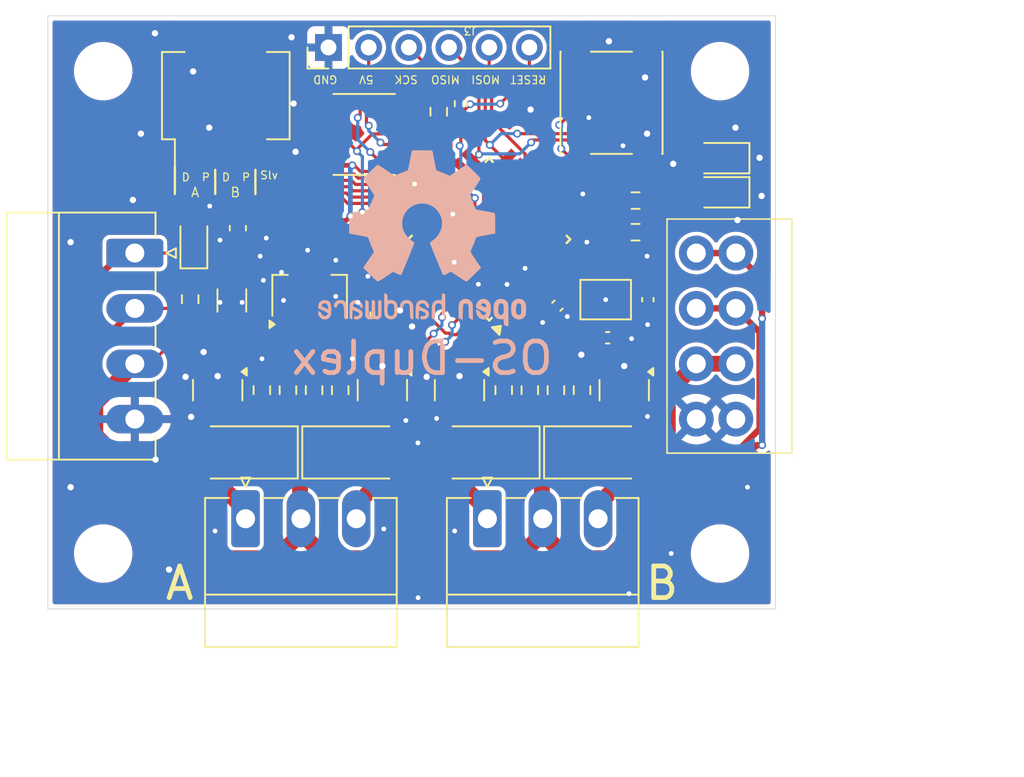
<source format=kicad_pcb>
(kicad_pcb (version 20240108) (generator "pcbnew") (generator_version "8.0")
  (layers (0 "F.Cu" signal) (31 "B.Cu" signal) (34 "B.Paste" user) (35 "F.Paste" user) (36 "B.SilkS" user "B.Silkscreen") (37 "F.SilkS" user "F.Silkscreen") (38 "B.Mask" user) (39 "F.Mask" user) (44 "Edge.Cuts" user))
  (net 0 "")
  (net 1 "GND")
  (net 2 "/atmega/X1")
  (net 3 "/atmega/X2")
  (net 4 "+5V")
  (net 5 "Net-(D1-K)")
  (net 6 "Net-(D4-A)")
  (net 7 "Net-(D11-A)")
  (net 8 "Net-(D12-A)")
  (net 9 "Net-(D21-A)")
  (net 10 "Net-(D22-A)")
  (net 11 "Net-(Q11-G)")
  (net 12 "Net-(Q12-G)")
  (net 13 "Net-(Q21-G)")
  (net 14 "Net-(Q22-G)")
  (net 15 "/DCC/DCC_TTL")
  (net 16 "/atmega/MOSI")
  (net 17 "Net-(SW1-A)")
  (net 18 "/atmega/RESET")
  (net 19 "/atmega/dipSw2")
  (net 20 "VCC")
  (net 21 "/DCC/B")
  (net 22 "Net-(D2-A)")
  (net 23 "/DCC/A")
  (net 24 "/atmega/LED")
  (net 25 "/atmega/LED_BLUE")
  (net 26 "/atmega/dipSw1")
  (net 27 "/atmega/1.A")
  (net 28 "/atmega/dipSw4")
  (net 29 "/atmega/1.B")
  (net 30 "/atmega/dipSw3")
  (net 31 "/atmega/2.A")
  (net 32 "/atmega/dipSw5")
  (net 38 "/atmega/2.B")
  (footprint "LED_SMD:LED_0805_2012Metric_Pad1.15x1.40mm_HandSolder" (layer "F.Cu") (at 144.439 64.412679 180)
    (property "Reference" "D2" (hide yes))
    (property "Value" "LED")
  )
  (footprint "custom_kicad_lib_sk:R_0603_smalltext" (layer "F.Cu") (at 126.654 61.474679 -90)
    (property "Reference" "R801" (hide yes))
    (property "Value" "10k")
  )
  (footprint "MountingHole:MountingHole_3.2mm_M3" (layer "F.Cu") (at 105.439 89.412679)
    (property "Reference" "REF**" (hide yes))
    (property "Value" "MountingHole_3.2mm_M3")
  )
  (footprint "custom_kicad_lib_sk:R_0603_smalltext" (layer "F.Cu") (at 139.1 67.094679)
    (property "Reference" "R1" (hide yes))
    (property "Value" "10k")
  )
  (footprint "Connector_Phoenix_MC:PhoenixContact_MC_1,5_3-G-3.5_1x03_P3.50mm_Horizontal" (layer "F.Cu") (at 129.729705 87.209179)
    (property "Reference" "J11" (hide yes))
    (property "Value" "~")
  )
  (footprint "Capacitor_SMD:C_0603_1608Metric_Pad1.08x0.95mm_HandSolder" (layer "F.Cu") (at 122.844 74.301679 90)
    (property "Reference" "C301" (hide yes))
    (property "Value" "330nF")
  )
  (footprint "Capacitor_SMD:C_0402_1005Metric_Pad0.74x0.62mm_HandSolder" (layer "F.Cu") (at 139.875953 73.357318 90)
    (property "Reference" "C2" (hide yes))
    (property "Value" "12pF")
  )
  (footprint "Capacitor_SMD:C_0402_1005Metric" (layer "F.Cu") (at 134.160953 73.738318 -135)
    (property "Reference" "C3" (hide yes))
    (property "Value" "100nF")
  )
  (footprint "Diode_SMD:D_SMA" (layer "F.Cu") (at 136.825705 83.018179)
    (property "Reference" "D12" (hide yes))
    (property "Value" "~")
  )
  (footprint "MountingHole:MountingHole_3.2mm_M3" (layer "F.Cu") (at 105.439 58.912679)
    (property "Reference" "REF**" (hide yes))
    (property "Value" "MountingHole_3.2mm_M3")
  )
  (footprint "LED_SMD:LED_0805_2012Metric_Pad1.15x1.40mm_HandSolder" (layer "F.Cu") (at 144.439 66.571679 180)
    (property "Reference" "D4" (hide yes))
    (property "Value" "LED")
  )
  (footprint "Package_TO_SOT_SMD:SOT-23" (layer "F.Cu") (at 112.677 79.081179 -90)
    (property "Reference" "Q21" (hide yes))
    (property "Value" "AO3400A")
  )
  (footprint "Connector_Phoenix_MC:PhoenixContact_MC_1,5_3-G-3.5_1x03_P3.50mm_Horizontal" (layer "F.Cu") (at 114.439 87.209179)
    (property "Reference" "J21" (hide yes))
    (property "Value" "~")
  )
  (footprint "MountingHole:MountingHole_3.2mm_M3" (layer "F.Cu") (at 144.439 89.412679)
    (property "Reference" "REF**" (hide yes))
    (property "Value" "MountingHole_3.2mm_M3")
  )
  (footprint "Resistor_SMD:R_0603_1608Metric_Pad0.98x0.95mm_HandSolder" (layer "F.Cu") (at 115.471 79.081179 -90)
    (property "Reference" "R23" (hide yes))
    (property "Value" "10k")
  )
  (footprint "Resistor_SMD:R_0603_1608Metric_Pad0.98x0.95mm_HandSolder" (layer "F.Cu") (at 139.1 69.094679)
    (property "Reference" "R6" (hide yes))
    (property "Value" "6k2")
  )
  (footprint "Diode_SMD:D_SMA" (layer "F.Cu") (at 129.523705 83.018179 180)
    (property "Reference" "D11" (hide yes))
    (property "Value" "SS34")
  )
  (footprint "MountingHole:MountingHole_3.2mm_M3" (layer "F.Cu") (at 144.439 58.912679)
    (property "Reference" "REF**" (hide yes))
    (property "Value" "MountingHole_3.2mm_M3")
  )
  (footprint "Resistor_SMD:R_0603_1608Metric_Pad0.98x0.95mm_HandSolder" (layer "F.Cu") (at 118.773 79.081179 -90)
    (property "Reference" "R22" (hide yes))
    (property "Value" "22R")
  )
  (footprint "Resistor_SMD:R_0603_1608Metric_Pad0.98x0.95mm_HandSolder" (layer "F.Cu") (at 134.063705 79.081179 -90)
    (property "Reference" "R12" (hide yes))
    (property "Value" "22R")
  )
  (footprint "Resistor_SMD:R_0603_1608Metric_Pad0.98x0.95mm_HandSolder" (layer "F.Cu") (at 117.122 79.081179 -90)
    (property "Reference" "R21" (hide yes))
    (property "Value" "22R")
  )
  (footprint "Capacitor_SMD:C_0603_1608Metric_Pad1.08x0.95mm_HandSolder" (layer "F.Cu") (at 113.954 68.840679 -90)
    (property "Reference" "C302" (hide yes))
    (property "Value" "100nF")
  )
  (footprint "Capacitor_SMD:C_1206_3216Metric_Pad1.33x1.80mm_HandSolder" (layer "F.Cu") (at 113.573 73.412679 90)
    (property "Reference" "C303" (hide yes))
    (property "Value" "100uF")
  )
  (footprint "Package_TO_SOT_SMD:SOT-23" (layer "F.Cu") (at 123.091 79.081179 -90)
    (property "Reference" "Q22" (hide yes))
    (property "Value" "AO3400A")
  )
  (footprint "Connector_PinHeader_2.54mm:PinHeader_1x06_P2.54mm_Vertical" (layer "F.Cu") (at 119.683 57.412679 90)
    (property "Reference" "J3")
    (property "Value" "ICSP")
  )
  (footprint "custom_kicad_lib_sk:R_0603_smalltext" (layer "F.Cu") (at 110.939 73.325179 90)
    (property "Reference" "R5" (hide yes))
    (property "Value" "1k5")
  )
  (footprint "Diode_SMD:D_SMA" (layer "F.Cu") (at 114.233 83.018179 180)
    (property "Reference" "D21" (hide yes))
    (property "Value" "SS34")
  )
  (footprint "Diode_SMD:D_SMA" (layer "F.Cu") (at 121.535 83.018179)
    (property "Reference" "D22" (hide yes))
    (property "Value" "~")
  )
  (footprint "Resistor_SMD:R_0603_1608Metric_Pad0.98x0.95mm_HandSolder" (layer "F.Cu") (at 132.412705 79.081179 -90)
    (property "Reference" "R11" (hide yes))
    (property "Value" "22R")
  )
  (footprint "Package_QFP:TQFP-32_7x7mm_P0.8mm" (layer "F.Cu") (at 129.842953 69.547318 135)
    (property "Reference" "U101" (hide yes))
    (property "Value" "ATmega328-A")
  )
  (footprint "Package_TO_SOT_SMD:SOT-89-3" (layer "F.Cu") (at 118.491 73.152 90)
    (property "Reference" "U21" (hide yes))
    (property "Value" "L78L05_SOT89")
  )
  (footprint "Resistor_SMD:R_0603_1608Metric_Pad0.98x0.95mm_HandSolder" (layer "F.Cu") (at 135.714705 79.081179 -90)
    (property "Reference" "R14" (hide yes))
    (property "Value" "10k")
  )
  (footprint "Connector_Phoenix_MC:PhoenixContact_MC_1,5_4-G-3.5_1x04_P3.50mm_Horizontal" (layer "F.Cu") (at 107.439 70.412679 -90)
    (property "Reference" "J62" (hide yes))
    (property "Value" "Screw_Terminal_01x04")
  )
  (footprint "Capacitor_SMD:C_0402_1005Metric_Pad0.74x0.62mm_HandSolder" (layer "F.Cu") (at 137.335953 75.770318 180)
    (property "Reference" "C1" (hide yes))
    (property "Value" "12pF")
  )
  (footprint "Button_Switch_SMD:SW_DIP_SPSTx05_Slide_KingTek_DSHP05TS_W7.62mm_P1.27mm" (layer "F.Cu") (at 113.192 60.458679 90)
    (property "Reference" "SW901" (hide yes))
    (property "Value" "SW_DIP_x05")
  )
  (footprint "Package_SO:SOIC-8_3.9x4.9mm_P1.27mm" (layer "F.Cu") (at 121.939 62.912679 180)
    (property "Reference" "U801" (hide yes))
    (property "Value" "HCPL-0631")
  )
  (footprint "Resistor_SMD:R_0603_1608Metric_Pad0.98x0.95mm_HandSolder" (layer "F.Cu") (at 120.424 79.081179 -90)
    (property "Reference" "R24" (hide yes))
    (property "Value" "10k")
  )
  (footprint "Resistor_SMD:R_0402_1005Metric_Pad0.72x0.64mm_HandSolder" (layer "F.Cu") (at 128.051 60.966679 -90)
    (property "Reference" "R2" (hide yes))
    (property "Value" "10k")
  )
  (footprint "custom_kicad_lib_sk:connector_3.50mm_4P horizontal_MALE" (layer "F.Cu") (at 142.939 75.662679 90)
    (property "Reference" "J201" (hide yes))
    (property "Value" "Screw_Terminal_01x04" (hide yes))
  )
  (footprint "Resistor_SMD:R_0603_1608Metric_Pad0.98x0.95mm_HandSolder" (layer "F.Cu") (at 130.761705 79.081179 -90)
    (property "Reference" "R13" (hide yes))
    (property "Value" "10k")
  )
  (footprint "custom_kicad_lib_sk:tactile_SMD_6mm" (layer "F.Cu") (at 137.576 60.912679 90)
    (property "Reference" "SW1" (hide yes))
    (property "Value" "SW_SPST")
  )
  (footprint "custom_kicad_lib_sk:crystal_arduino" (layer "F.Cu") (at 137.208953 73.357318)
    (property "Reference" "Y1" (hide yes))
    (property "Value" "Crystal_GND2")
  )
  (footprint "Diode_SMD:D_SOD-323" (layer "F.Cu") (at 111.171591 69.769179 90)
    (property "Reference" "D1" (hide yes))
    (property "Value" "D")
  )
  (footprint "Package_TO_SOT_SMD:SOT-23" (layer "F.Cu") (at 127.967705 79.081179 -90)
    (property "Reference" "Q11" (hide yes))
    (property "Value" "AO3400A")
  )
  (footprint "Package_TO_SOT_SMD:SOT-23" (layer "F.Cu") (at 138.381705 79.081179 -90)
    (property "Reference" "Q12" (hide yes))
    (property "Value" "AO3400A")
  )
  (footprint "Symbol:OSHW-Logo2_14.6x12mm_SilkScreen" (layer "B.Cu") (at 125.603 69.469 180)
    (property "Reference" "REF**" (hide yes))
    (property "Value" "OSHW-Logo2_14.6x12mm_SilkScreen" (hide yes))
  )
  (gr_line (start 112.522 66.04) (end 112.522 66.675) (stroke (width 0.15)) (layer "F.SilkS"))
  (gr_line (start 109.972 64.904679) (end 109.972 66.675) (stroke (width 0.15)) (layer "F.SilkS"))
  (gr_line (start 112.522 65.151) (end 112.522 66.04) (stroke (width 0.15)) (layer "F.SilkS"))
  (gr_line (start 115.062 65.151) (end 115.062 66.675) (stroke (width 0.15)) (layer "F.SilkS"))
  (gr_rect (start 101.939 55.412679) (end 147.939 92.912679) (stroke (width 0.05)) (fill none) (layer "Edge.Cuts"))
  (gr_text "OS-Duplex" (at 125.603 78.232 0) (layer "B.SilkS") (effects (font (size 2 2) (thickness 0.3)) (justify bottom mirror)))
  (gr_text "P" (at 111.633 65.913 0) (layer "F.SilkS") (effects (font (size 0.5 0.5) (thickness 0.075)) (justify left bottom)))
  (gr_text "P" (at 114.173 65.913 0) (layer "F.SilkS") (effects (font (size 0.5 0.5) (thickness 0.075)) (justify left bottom)))
  (gr_text "MISO" (at 128.036 59.140679 180) (layer "F.SilkS") (effects (font (size 0.5 0.5) (thickness 0.075)) (justify left bottom)))
  (gr_text "GND" (at 120.289 59.140679 180) (layer "F.SilkS") (effects (font (size 0.5 0.5) (thickness 0.075)) (justify left bottom)))
  (gr_text "D" (at 110.363 65.913 0) (layer "F.SilkS") (effects (font (size 0.5 0.5) (thickness 0.075)) (justify left bottom)))
  (gr_text "Slv" (at 115.316 65.786 0) (layer "F.SilkS") (effects (font (size 0.5 0.5) (thickness 0.075)) (justify left bottom)))
  (gr_text "A" (at 109.22 92.456 0) (layer "F.SilkS") (effects (font (size 2 2) (thickness 0.3)) (justify left bottom)))
  (gr_text "D" (at 112.903 65.913 0) (layer "F.SilkS") (effects (font (size 0.5 0.5) (thickness 0.075)) (justify left bottom)))
  (gr_text "MOSI" (at 130.576 59.140679 180) (layer "F.SilkS") (effects (font (size 0.5 0.5) (thickness 0.075)) (justify left bottom)))
  (gr_text "A" (at 111.252 66.929 0) (layer "F.SilkS") (effects (font (size 0.6 0.6) (thickness 0.075)) (justify bottom)))
  (gr_text "RESET" (at 133.497 59.140679 180) (layer "F.SilkS") (effects (font (size 0.5 0.5) (thickness 0.075)) (justify left bottom)))
  (gr_text "B" (at 113.792 66.929 0) (layer "F.SilkS") (effects (font (size 0.6 0.6) (thickness 0.075)) (justify bottom)))
  (gr_text "B" (at 139.573 92.456 0) (layer "F.SilkS") (effects (font (size 2 2) (thickness 0.3)) (justify left bottom)))
  (gr_text "5V" (at 122.575 59.140679 180) (layer "F.SilkS") (effects (font (size 0.5 0.5) (thickness 0.075)) (justify left bottom)))
  (gr_text "SCK\n" (at 125.369 59.140679 180) (layer "F.SilkS") (effects (font (size 0.5 0.5) (thickness 0.075)) (justify left bottom)))
  (segment (start 120.424 77.864679) (end 120.424 78.168679) (width 0.8) (layer "F.Cu") (net 1))
  (segment (start 139.862 73.938771) (end 139.875953 73.924818) (width 0.2) (layer "F.Cu") (net 1))
  (segment (start 127.078705 78.082679) (end 127.017705 78.143679) (width 0.8) (layer "F.Cu") (net 1))
  (segment (start 121.4005 77.557179) (end 121.066 77.222679) (width 0.8) (layer "F.Cu") (net 1))
  (segment (start 120.424 78.168679) (end 122.116 78.168679) (width 0.8) (layer "F.Cu") (net 1))
  (segment (start 138.938314 74.936679) (end 138.308953 74.307318) (width 0.2) (layer "F.Cu") (net 1))
  (segment (start 137.903453 75.770318) (end 137.903453 74.712818) (width 0.2) (layer "F.Cu") (net 1))
  (segment (start 137.903453 74.712818) (end 138.308953 74.307318) (width 0.2) (layer "F.Cu") (net 1))
  (segment (start 127.964205 78.188679) (end 127.967705 78.192179) (width 0.6) (layer "F.Cu") (net 1))
  (segment (start 137.406705 78.168679) (end 137.431705 78.143679) (width 0.8) (layer "F.Cu") (net 1))
  (segment (start 138.158953 74.307318) (end 137.208953 73.357318) (width 0.4) (layer "F.Cu") (net 1))
  (segment (start 111.788 76.668179) (end 111.788 78.082679) (width 0.8) (layer "F.Cu") (net 1))
  (segment (start 137.958814 75.825679) (end 137.903453 75.770318) (width 0.2) (layer "F.Cu") (net 1))
  (segment (start 122.7275 77.557179) (end 122.141 78.143679) (width 0.8) (layer "F.Cu") (net 1))
  (segment (start 138.018205 77.557179) (end 137.431705 78.143679) (width 0.8) (layer "F.Cu") (net 1))
  (segment (start 135.714705 78.168679) (end 137.406705 78.168679) (width 0.8) (layer "F.Cu") (net 1))
  (segment (start 138.308953 74.307318) (end 138.158953 74.307318) (width 0.4) (layer "F.Cu") (net 1))
  (segment (start 123.091 77.557179) (end 121.4005 77.557179) (width 0.8) (layer "F.Cu") (net 1))
  (segment (start 112.677 78.192179) (end 110.645 78.192179) (width 0.8) (layer "F.Cu") (net 1))
  (segment (start 122.116 78.168679) (end 122.141 78.143679) (width 0.8) (layer "F.Cu") (net 1))
  (segment (start 137.492705 78.082679) (end 137.431705 78.143679) (width 0.8) (layer "F.Cu") (net 1))
  (segment (start 133.821542 72.960221) (end 133.821542 74.077729) (width 0.2) (layer "F.Cu") (net 1))
  (segment (start 138.846 75.825679) (end 138.846 74.844365) (width 0.2) (layer "F.Cu") (net 1))
  (segment (start 132.115 71.380679) (end 132.242 71.380679) (width 0.2) (layer "F.Cu") (net 1))
  (segment (start 139.862 74.936679) (end 139.862 73.938771) (width 0.2) (layer "F.Cu") (net 1))
  (segment (start 133.821542 74.077729) (end 132.676308 74.077729) (width 0.2) (layer "F.Cu") (net 1))
  (segment (start 113.954 69.703179) (end 113.954 71.469179) (width 0.2) (layer "F.Cu") (net 1))
  (segment (start 122.202 78.082679) (end 122.141 78.143679) (width 0.8) (layer "F.Cu") (net 1))
  (segment (start 136.108953 72.407318) (end 136.258953 72.407318) (width 0.4) (layer "F.Cu") (net 1))
  (segment (start 125.866705 78.188679) (end 127.964205 78.188679) (width 0.6) (layer "F.Cu") (net 1))
  (segment (start 111.788 78.082679) (end 111.727 78.143679) (width 0.8) (layer "F.Cu") (net 1))
  (segment (start 138.846 75.825679) (end 137.958814 75.825679) (width 0.2) (layer "F.Cu") (net 1))
  (segment (start 132.242 71.380679) (end 133.131 72.269679) (width 0.2) (layer "F.Cu") (net 1))
  (segment (start 121.066 77.222679) (end 120.424 77.864679) (width 0.8) (layer "F.Cu") (net 1))
  (segment (start 134.782 74.428679) (end 134.172492 74.428679) (width 0.2) (layer "F.Cu") (net 1))
  (segment (start 138.381705 77.557179) (end 138.018205 77.557179) (width 0.8) (layer "F.Cu") (net 1))
  (segment (start 123.091 77.557179) (end 122.7275 77.557179) (width 0.8) (layer "F.Cu") (net 1))
  (segment (start 132.676308 74.077729) (end 131.999629 73.40105) (width 0.2) (layer "F.Cu") (net 1))
  (segment (start 136.258953 72.407318) (end 137.208953 73.357318) (width 0.4) (layer "F.Cu") (net 1))
  (segment (start 139.862 74.936679) (end 138.938314 74.936679) (width 0.2) (layer "F.Cu") (net 1))
  (segment (start 134.172492 74.428679) (end 133.821542 74.077729) (width 0.2) (layer "F.Cu") (net 1))
  (segment (start 138.846 74.844365) (end 138.308953 74.307318) (width 0.2) (layer "F.Cu") (net 1))
  (segment (start 133.131 72.269679) (end 133.821542 72.960221) (width 0.2) (layer "F.Cu") (net 1))
  (segment (start 139.875953 73.924818) (end 138.691453 73.924818) (width 0.2) (layer "F.Cu") (net 1))
  (segment (start 138.691453 73.924818) (end 138.308953 74.307318) (width 0.2) (layer "F.Cu") (net 1))
  (via (at 115.367 70.610679) (size 0.5) (drill 0.3) (layers "F.Cu" "B.Cu") (net 1))
  (via (at 127.660705 87.983679) (size 0.5) (drill 0.3) (layers "F.Cu" "B.Cu") (net 1))
  (via (at 130.972 72.396679) (size 0.5) (drill 0.3) (layers "F.Cu" "B.Cu") (net 1))
  (via (at 112.827 69.594679) (size 0.5) (drill 0.3) (layers "F.Cu" "B.Cu") (net 1))
  (via (at 124.206 74.041) (size 0.8) (drill 0.4) (layers "F.Cu" "B.Cu") (net 1))
  (via (at 145.542 68.326) (size 0.8) (drill 0.4) (layers "F.Cu" "B.Cu") (net 1))
  (via (at 139.7 59.309) (size 0.8) (drill 0.4) (layers "F.Cu" "B.Cu") (net 1))
  (via (at 132.461 61.341) (size 0.8) (drill 0.4) (layers "F.Cu" "B.Cu") (net 1))
  (via (at 127.543 67.951679) (size 0.5) (drill 0.3) (layers "F.Cu" "B.Cu") (net 1))
  (via (at 114.224 73.531679) (size 0.5) (drill 0.3) (layers "F.Cu" "B.Cu") (net 1))
  (via (at 136.017 69.723) (size 0.5) (drill 0.3) (layers "F.Cu" "B.Cu") (net 1))
  (via (at 115.748 69.467679) (size 0.5) (drill 0.3) (layers "F.Cu" "B.Cu") (net 1))
  (via (at 107.315 67.056) (size 0.8) (drill 0.4) (layers "F.Cu" "B.Cu") (net 1))
  (via (at 127.967705 78.192179) (size 0.8) (drill 0.4) (layers "F.Cu" "B.Cu") (net 1))
  (via (at 111.125 58.928) (size 0.8) (drill 0.4) (layers "F.Cu" "B.Cu") (net 1))
  (via (at 108.749 83.472679) (size 0.8) (drill 0.4) (layers "F.Cu" "B.Cu") (net 1))
  (via (at 139.827 70.612) (size 0.5) (drill 0.3) (layers "F.Cu" "B.Cu") (net 1))
  (via (at 147.066 66.802) (size 0.8) (drill 0.4) (layers "F.Cu" "B.Cu") (net 1))
  (via (at 129.159 72.39) (size 0.5) (drill 0.3) (layers "F.Cu" "B.Cu") (net 1))
  (via (at 125.13 66.046679) (size 0.5) (drill 0.3) (layers "F.Cu" "B.Cu") (net 1))
  (via (at 139.827 62.865) (size 0.8) (drill 0.4) (layers "F.Cu" "B.Cu") (net 1))
  (via (at 109.601 90.424) (size 0.8) (drill 0.4) (layers "F.Cu" "B.Cu") (net 1))
  (via (at 112.141 62.484) (size 0.8) (drill 0.4) (layers "F.Cu" "B.Cu") (net 1))
  (via (at 112.511 87.983679) (size 0.5) (drill 0.3) (layers "F.Cu" "B.Cu") (net 1))
  (via (at 117.475 60.96) (size 0.8) (drill 0.4) (layers "F.Cu" "B.Cu") (net 1))
  (via (at 126.517705 80.871679) (size 0.5) (drill 0.3) (layers "F.Cu" "B.Cu") (net 1))
  (via (at 125.349 92.202) (size 0.5) (drill 0.3) (layers "F.Cu" "B.Cu") (net 1))
  (via (at 110.998 80.772) (size 0.8) (drill 0.4) (layers "F.Cu" "B.Cu") (net 1))
  (via (at 141.478 64.77) (size 0.8) (drill 0.4) (layers "F.Cu" "B.Cu") (net 1))
  (via (at 121.193 77.095679) (size 0.5) (drill 0.3) (layers "F.Cu" "B.Cu") (net 1))
  (via (at 138.684 91.948) (size 0.5) (drill 0.3) (layers "F.Cu" "B.Cu") (net 1))
  (via (at 108.712 56.515) (size 0.8) (drill 0.4) (layers "F.Cu" "B.Cu") (net 1))
  (via (at 112.677 78.192179) (size 0.8) (drill 0.4) (layers "F.Cu" "B.Cu") (net 1))
  (via (at 123.091 77.557179) (size 0.8) (drill 0.4) (layers "F.Cu" "B.Cu") (net 1))
  (via (at 124.968 75.057) (size 0.8) (drill 0.4) (layers "F.Cu" "B.Cu") (net 1))
  (via (at 115.57 72.136) (size 0.5) (drill 0.3) (layers "F.Cu" "B.Cu") (net 1))
  (via (at 120.142 73.152) (size 0.5) (drill 0.3) (layers "F.Cu" "B.Cu") (net 1))
  (via (at 112.176 67.443679) (size 0.5) (drill 0.3) (layers "F.Cu" "B.Cu") (net 1))
  (via (at 141.351 89.408) (size 0.5) (drill 0.3) (layers "F.Cu" "B.Cu") (net 1))
  (via (at 133.223 74.803) (size 0.5) (drill 0.3) (layers "F.Cu" "B.Cu") (net 1))
  (via (at 146.177 85.217) (size 0.5) (drill 0.3) (layers "F.Cu" "B.Cu") (net 1))
  (via (at 115.478 77.095679) (size 0.5) (drill 0.3) (layers "F.Cu" "B.Cu") (net 1))
  (via (at 123.179 87.856679) (size 0.5) (drill 0.3) (layers "F.Cu" "B.Cu") (net 1))
  (via (at 139.862 74.936679) (size 0.5) (drill 0.3) (layers "F.Cu" "B.Cu") (net 1))
  (via (at 138.381705 77.557179) (size 0.8) (drill 0.4) (layers "F.Cu" "B.Cu") (net 1))
  (via (at 145.415 62.484) (size 0.8) (drill 0.4) (layers "F.Cu" "B.Cu") (net 1))
  (via (at 124.576 80.998679) (size 0.5) (drill 0.3) (layers "F.Cu" "B.Cu") (net 1))
  (via (at 138.303 63.627) (size 0.5) (drill 0.3) (layers "F.Cu" "B.Cu") (net 1))
  (via (at 125.892 78.238679) (size 0.8) (drill 0.4) (layers "F.Cu" "B.Cu") (net 1))
  (via (at 125.338 82.414588) (size 0.5) (drill 0.3) (layers "F.Cu" "B.Cu") (net 1))
  (via (at 146.939 64.389) (size 0.8) (drill 0.4) (layers "F.Cu" "B.Cu") (net 1))
  (via (at 110.645 78.238679) (size 0.8) (drill 0.4) (layers "F.Cu" "B.Cu") (net 1))
  (via (at 111.788 76.668179) (size 0.8) (drill 0.4) (layers "F.Cu" "B.Cu") (net 1))
  (via (at 122.174 71.882) (size 0.5) (drill 0.3) (layers "F.Cu" "B.Cu") (net 1))
  (via (at 116.713 71.628) (size 0.5) (drill 0.3) (layers "F.Cu" "B.Cu") (net 1))
  (via (at 138.846 75.825679) (size 0.5) (drill 0.3) (layers "F.Cu" "B.Cu") (net 1))
  (via (at 118.364 70.231) (size 0.5) (drill 0.3) (layers "F.Cu" "B.Cu") (net 1))
  (via (at 127.635 70.993) (size 0.5) (drill 0.3) (layers "F.Cu" "B.Cu") (net 1))
  (via (at 121.539 73.533) (size 0.5) (drill 0.3) (layers "F.Cu" "B.Cu") (net 1))
  (via (at 139.852705 80.744679) (size 0.5) (drill 0.3) (layers "F.Cu" "B.Cu") (net 1))
  (via (at 107.823 62.865) (size 0.8) (drill 0.4) (layers "F.Cu" "B.Cu") (net 1))
  (via (at 112.827 73.531679) (size 0.5) (drill 0.3) (layers "F.Cu" "B.Cu") (net 1))
  (via (at 117.348 56.769) (size 0.8) (drill 0.4) (layers "F.Cu" "B.Cu") (net 1))
  (via (at 137.414 57.023) (size 0.8) (drill 0.4) (layers "F.Cu" "B.Cu") (net 1))
  (via (at 120.142 70.866) (size 0.5) (drill 0.3) (layers "F.Cu" "B.Cu") (net 1))
  (via (at 116.84 73.406) (size 0.5) (drill 0.3) (layers "F.Cu" "B.Cu") (net 1))
  (via (at 134.782 74.428679) (size 0.5) (drill 0.3) (layers "F.Cu" "B.Cu") (net 1))
  (via (at 136.144 61.849) (size 0.5) (drill 0.3) (layers "F.Cu" "B.Cu") (net 1))
  (via (at 137.208953 73.357318) (size 0.5) (drill 0.3) (layers "F.Cu" "B.Cu") (net 1))
  (via (at 132.115 71.380679) (size 0.5) (drill 0.3) (layers "F.Cu" "B.Cu") (net 1))
  (via (at 103.378 85.217) (size 0.8) (drill 0.4) (layers "F.Cu" "B.Cu") (net 1))
  (via (at 103.378 69.723) (size 0.8) (drill 0.4) (layers "F.Cu" "B.Cu") (net 1))
  (via (at 117.602 64.008) (size 0.8) (drill 0.4) (layers "F.Cu" "B.Cu") (net 1))
  (via (at 135.763 66.675) (size 0.5) (drill 0.3) (layers "F.Cu" "B.Cu") (net 1))
  (via (at 135.671 76.841679) (size 0.8) (drill 0.4) (layers "F.Cu" "B.Cu") (net 1))
  (segment (start 134.26237 71.138308) (end 134.900364 71.776302) (width 0.2) (layer "F.Cu") (net 2))
  (segment (start 136.108953 74.187252) (end 136.108953 74.307318) (width 0.2) (layer "F.Cu") (net 2))
  (segment (start 136.108953 74.307318) (end 136.108953 75.110818) (width 0.2) (layer "F.Cu") (net 2))
  (segment (start 136.108953 75.110818) (end 136.768453 75.770318) (width 0.2) (layer "F.Cu") (net 2))
  (segment (start 134.900364 72.978663) (end 136.108953 74.187252) (width 0.2) (layer "F.Cu") (net 2))
  (segment (start 134.900364 71.776302) (end 134.900364 72.978663) (width 0.2) (layer "F.Cu") (net 2))
  (segment (start 139.493453 72.407318) (end 139.875953 72.789818) (width 0.2) (layer "F.Cu") (net 3))
  (segment (start 137.282314 71.380679) (end 138.308953 72.407318) (width 0.2) (layer "F.Cu") (net 3))
  (segment (start 138.308953 72.407318) (end 139.493453 72.407318) (width 0.2) (layer "F.Cu") (net 3))
  (segment (start 135.636112 71.380679) (end 137.282314 71.380679) (width 0.2) (layer "F.Cu") (net 3))
  (segment (start 134.828056 70.572623) (end 135.636112 71.380679) (width 0.2) (layer "F.Cu") (net 3))
  (segment (start 134.500364 72.507673) (end 133.696685 71.703994) (width 0.2) (layer "F.Cu") (net 4))
  (segment (start 127.429 61.337179) (end 127.429 64.141679) (width 0.2) (layer "F.Cu") (net 4))
  (segment (start 127.162 60.369179) (end 123.7705 60.369179) (width 0.2) (layer "F.Cu") (net 4))
  (segment (start 121.702743 65.251994) (end 123.232763 65.251994) (width 0.2) (layer "F.Cu") (net 4))
  (segment (start 128.251963 65.127901) (end 129.49 66.365938) (width 0.2) (layer "F.Cu") (net 4))
  (segment (start 132.565314 72.835365) (end 131.565 71.835051) (width 0.2) (layer "F.Cu") (net 4))
  (segment (start 129.49 66.365938) (end 129.49 68.755679) (width 0.2) (layer "F.Cu") (net 4))
  (segment (start 126.847 60.369179) (end 126.654 60.562179) (width 0.2) (layer "F.Cu") (net 4))
  (segment (start 113.573 74.975179) (end 116.864179 74.975179) (width 0.3) (layer "F.Cu") (net 4))
  (segment (start 127.265741 64.304938) (end 127.429 64.141679) (width 0.2) (layer "F.Cu") (net 4))
  (segment (start 131.565 71.835051) (end 131.565 71.152861) (width 0.2) (layer "F.Cu") (net 4))
  (segment (start 121.066 68.078679) (end 120.787 68.357679) (width 0.3) (layer "F.Cu") (net 4))
  (segment (start 131.565 71.152861) (end 131.726091 70.99177) (width 0.2) (layer "F.Cu") (net 4))
  (segment (start 131.902867 70.814994) (end 131.549315 70.814994) (width 0.2) (layer "F.Cu") (net 4))
  (segment (start 129.49 68.755679) (end 131.48 70.745679) (width 0.2) (layer "F.Cu") (net 4))
  (segment (start 121.193 64.867679) (end 121.318428 64.867679) (width 0.2) (layer "F.Cu") (net 4))
  (segment (start 113.594971 67.978179) (end 112.227 69.34615) (width 0.3) (layer "F.Cu") (net 4))
  (segment (start 131.48 70.745679) (end 131.726091 70.99177) (width 0.2) (layer "F.Cu") (net 4))
  (segment (start 131.549315 70.814994) (end 131.48 70.745679) (width 0.2) (layer "F.Cu") (net 4))
  (segment (start 112.227 74.254) (end 112.948179 74.975179) (width 0.3) (layer "F.Cu") (net 4))
  (segment (start 118.526 68.357679) (end 118.1465 67.978179) (width 0.3) (layer "F.Cu") (net 4))
  (segment (start 127.035 64.304938) (end 127.265741 64.304938) (width 0.2) (layer "F.Cu") (net 4))
  (segment (start 131.902867 70.814994) (end 132.807685 70.814994) (width 0.2) (layer "F.Cu") (net 4))
  (segment (start 127.429 64.141679) (end 127.429 64.304938) (width 0.2) (layer "F.Cu") (net 4))
  (segment (start 120.787 68.357679) (end 118.526 68.357679) (width 0.3) (layer "F.Cu") (net 4))
  (segment (start 132.807685 70.814994) (end 133.696685 71.703994) (width 0.2) (layer "F.Cu") (net 4))
  (segment (start 125.429552 65.417679) (end 126.542293 64.304938) (width 0.2) (layer "F.Cu") (net 4))
  (segment (start 131.565 70.830679) (end 131.48 70.745679) (width 0.2) (layer "F.Cu") (net 4))
  (segment (start 127.429 64.304938) (end 128.251963 65.127901) (width 0.2) (layer "F.Cu") (net 4))
  (segment (start 122.926 57.412679) (end 122.223 57.412679) (width 0.2) (layer "F.Cu") (net 4))
  (segment (start 126.654 60.562179) (end 127.429 61.337179) (width 0.2) (layer "F.Cu") (net 4))
  (segment (start 123.232763 65.251994) (end 123.398448 65.417679) (width 0.2) (layer "F.Cu") (net 4))
  (segment (start 134.500364 73.398907) (end 134.500364 72.507673) (width 0.2) (layer "F.Cu") (net 4))
  (segment (start 128.051 60.369179) (end 127.162 60.369179) (width 0.2) (layer "F.Cu") (net 4))
  (segment (start 123.7705 60.369179) (end 122.223 58.821679) (width 0.2) (layer "F.Cu") (net 4))
  (segment (start 126.542293 64.304938) (end 127.035 64.304938) (width 0.2) (layer "F.Cu") (net 4))
  (segment (start 131.565 71.152861) (end 131.565 70.830679) (width 0.2) (layer "F.Cu") (net 4))
  (segment (start 121.193 64.867679) (end 119.514 64.867679) (width 0.3) (layer "F.Cu") (net 4))
  (segment (start 112.227 69.34615) (end 112.227 74.254) (width 0.3) (layer "F.Cu") (net 4))
  (segment (start 127.162 60.369179) (end 126.847 60.369179) (width 0.2) (layer "F.Cu") (net 4))
  (segment (start 127.035 64.304938) (end 127.429 64.304938) (width 0.2) (layer "F.Cu") (net 4))
  (segment (start 119.514 64.867679) (end 119.464 64.817679) (width 0.3) (layer "F.Cu") (net 4))
  (segment (start 121.318428 64.867679) (end 121.702743 65.251994) (width 0.2) (layer "F.Cu") (net 4))
  (segment (start 116.864179 74.975179) (end 116.991 75.102) (width 0.3) (layer "F.Cu") (net 4))
  (segment (start 122.223 58.821679) (end 122.223 57.412679) (width 0.2) (layer "F.Cu") (net 4))
  (segment (start 113.954 67.978179) (end 113.594971 67.978179) (width 0.3) (layer "F.Cu") (net 4))
  (segment (start 112.948179 74.975179) (end 113.573 74.975179) (width 0.3) (layer "F.Cu") (net 4))
  (segment (start 131.726091 70.99177) (end 131.902867 70.814994) (width 0.2) (layer "F.Cu") (net 4))
  (segment (start 123.398448 65.417679) (end 125.429552 65.417679) (width 0.2) (layer "F.Cu") (net 4))
  (segment (start 113.954 67.978179) (end 118.1465 67.978179) (width 0.3) (layer "F.Cu") (net 4))
  (via (at 121.193 64.867679) (size 0.5) (drill 0.3) (layers "F.Cu" "B.Cu") (net 4))
  (via (at 121.066 68.078679) (size 0.5) (drill 0.3) (layers "F.Cu" "B.Cu") (net 4))
  (segment (start 121.193 64.867679) (end 121.066 64.994679) (width 0.3) (layer "B.Cu") (net 4))
  (segment (start 121.066 64.994679) (end 121.066 68.078679) (width 0.3) (layer "B.Cu") (net 4))
  (segment (start 121.532 61.855679) (end 121.682 61.705679) (width 0.2) (layer "F.Cu") (net 5))
  (segment (start 109.401 63.164365) (end 109.401 66.382902) (width 0.2) (layer "F.Cu") (net 5))
  (segment (start 120.519314 59.588679) (end 112.976686 59.588679) (width 0.2) (layer "F.Cu") (net 5))
  (segment (start 122.322636 64.028043) (end 123.112272 64.817679) (width 0.2) (layer "F.Cu") (net 5))
  (segment (start 111.171591 72.180088) (end 110.939 72.412679) (width 0.2) (layer "F.Cu") (net 5))
  (segment (start 121.682 60.751365) (end 120.519314 59.588679) (width 0.2) (layer "F.Cu") (net 5))
  (segment (start 121.682 61.705679) (end 121.682 60.751365) (width 0.2) (layer "F.Cu") (net 5))
  (segment (start 111.171591 70.819179) (end 111.171591 72.180088) (width 0.2) (layer "F.Cu") (net 5))
  (segment (start 111.064889 68.046791) (end 111.385683 68.046791) (width 0.2) (layer "F.Cu") (net 5))
  (segment (start 111.696591 70.294179) (end 111.171591 70.819179) (width 0.2) (layer "F.Cu") (net 5))
  (segment (start 111.385683 68.046791) (end 111.696591 68.357699) (width 0.2) (layer "F.Cu") (net 5))
  (segment (start 123.112272 64.817679) (end 124.414 64.817679) (width 0.2) (layer "F.Cu") (net 5))
  (segment (start 112.976686 59.588679) (end 109.401 63.164365) (width 0.2) (layer "F.Cu") (net 5))
  (segment (start 111.696591 68.357699) (end 111.696591 70.294179) (width 0.2) (layer "F.Cu") (net 5))
  (segment (start 109.401 66.382902) (end 111.064889 68.046791) (width 0.2) (layer "F.Cu") (net 5))
  (via (at 121.532 61.855679) (size 0.5) (drill 0.3) (layers "F.Cu" "B.Cu") (net 5))
  (via (at 122.322636 64.028043) (size 0.5) (drill 0.3) (layers "F.Cu" "B.Cu") (net 5))
  (segment (start 122.322636 64.028042) (end 121.532 63.237406) (width 0.2) (layer "B.Cu") (net 5))
  (segment (start 122.322636 64.028043) (end 122.322636 64.028042) (width 0.2) (layer "B.Cu") (net 5))
  (segment (start 121.532 63.237406) (end 121.532 61.855679) (width 0.2) (layer "B.Cu") (net 5))
  (segment (start 140.891 69.094679) (end 143.414 66.571679) (width 0.2) (layer "F.Cu") (net 6))
  (segment (start 140.0125 69.094679) (end 140.891 69.094679) (width 0.2) (layer "F.Cu") (net 6))
  (segment (start 127.523705 83.018179) (end 127.523705 84.479179) (width 1) (layer "F.Cu") (net 7))
  (segment (start 127.523705 84.479179) (end 127.369909 84.479179) (width 0.4) (layer "F.Cu") (net 7))
  (segment (start 127.967705 82.574179) (end 127.523705 83.018179) (width 1) (layer "F.Cu") (net 7))
  (segment (start 127.967705 80.018679) (end 127.967705 82.574179) (width 1) (layer "F.Cu") (net 7))
  (segment (start 127.523705 84.479179) (end 129.674705 86.630179) (width 1) (layer "F.Cu") (net 7))
  (segment (start 138.825705 84.225179) (end 136.674705 86.376179) (width 1) (layer "F.Cu") (net 8))
  (segment (start 138.381705 80.018679) (end 138.381705 82.574179) (width 1) (layer "F.Cu") (net 8))
  (segment (start 138.381705 82.574179) (end 138.825705 83.018179) (width 1) (layer "F.Cu") (net 8))
  (segment (start 138.825705 83.018179) (end 138.825705 84.225179) (width 1) (layer "F.Cu") (net 8))
  (segment (start 112.677 80.018679) (end 112.677 82.574179) (width 1) (layer "F.Cu") (net 9))
  (segment (start 112.233 83.018179) (end 112.233 84.479179) (width 1) (layer "F.Cu") (net 9))
  (segment (start 112.677 82.574179) (end 112.233 83.018179) (width 1) (layer "F.Cu") (net 9))
  (segment (start 112.233 84.479179) (end 114.384 86.630179) (width 1) (layer "F.Cu") (net 9))
  (segment (start 123.091 80.018679) (end 123.091 82.574179) (width 1) (layer "F.Cu") (net 10))
  (segment (start 123.091 82.574179) (end 123.535 83.018179) (width 1) (layer "F.Cu") (net 10))
  (segment (start 123.535 84.225179) (end 121.384 86.376179) (width 1) (layer "F.Cu") (net 10))
  (segment (start 123.535 83.018179) (end 123.535 84.225179) (width 1) (layer "F.Cu") (net 10))
  (segment (start 128.917705 79.015179) (end 128.917705 78.143679) (width 0.2) (layer "F.Cu") (net 11))
  (segment (start 130.761705 79.993679) (end 129.896205 79.993679) (width 0.2) (layer "F.Cu") (net 11))
  (segment (start 130.761705 79.993679) (end 132.412705 79.993679) (width 0.2) (layer "F.Cu") (net 11))
  (segment (start 129.896205 79.993679) (end 128.917705 79.015179) (width 0.2) (layer "F.Cu") (net 11))
  (segment (start 138.809757 78.143679) (end 136.959757 79.993679) (width 0.2) (layer "F.Cu") (net 12))
  (segment (start 136.959757 79.993679) (end 135.714705 79.993679) (width 0.2) (layer "F.Cu") (net 12))
  (segment (start 139.331705 78.143679) (end 138.809757 78.143679) (width 0.2) (layer "F.Cu") (net 12))
  (segment (start 135.714705 79.993679) (end 134.063705 79.993679) (width 0.2) (layer "F.Cu") (net 12))
  (segment (start 114.6055 79.993679) (end 113.627 79.015179) (width 0.2) (layer "F.Cu") (net 13))
  (segment (start 115.471 79.993679) (end 117.122 79.993679) (width 0.2) (layer "F.Cu") (net 13))
  (segment (start 113.627 79.015179) (end 113.627 78.143679) (width 0.2) (layer "F.Cu") (net 13))
  (segment (start 115.471 79.993679) (end 114.6055 79.993679) (width 0.2) (layer "F.Cu") (net 13))
  (segment (start 123.519052 78.143679) (end 121.669052 79.993679) (width 0.2) (layer "F.Cu") (net 14))
  (segment (start 120.424 79.993679) (end 118.773 79.993679) (width 0.2) (layer "F.Cu") (net 14))
  (segment (start 124.041 78.143679) (end 123.519052 78.143679) (width 0.2) (layer "F.Cu") (net 14))
  (segment (start 121.669052 79.993679) (end 120.424 79.993679) (width 0.2) (layer "F.Cu") (net 14))
  (segment (start 127.389818 75.571679) (end 127.294568 75.476429) (width 0.2) (layer "F.Cu") (net 15))
  (segment (start 121.489227 63.845452) (end 122.457 62.877679) (width 0.2) (layer "F.Cu") (net 15))
  (segment (start 121.064454 63.547679) (end 119.464 63.547679) (width 0.2) (layer "F.Cu") (net 15))
  (segment (start 128.817648 74.532421) (end 127.77839 75.571679) (width 0.2) (layer "F.Cu") (net 15))
  (segment (start 121.489227 63.972452) (end 121.489227 63.845452) (width 0.2) (layer "F.Cu") (net 15))
  (segment (start 126.1635 62.877679) (end 126.654 62.387179) (width 0.2) (layer "F.Cu") (net 15))
  (segment (start 121.489227 63.972452) (end 121.064454 63.547679) (width 0.2) (layer "F.Cu") (net 15))
  (segment (start 121.828 70.22978) (end 121.828 67.824679) (width 0.2) (layer "F.Cu") (net 15))
  (segment (start 127.294568 75.476429) (end 127.074649 75.476429) (width 0.2) (layer "F.Cu") (net 15))
  (segment (start 127.77839 75.571679) (end 127.389818 75.571679) (width 0.2) (layer "F.Cu") (net 15))
  (segment (start 127.074649 75.476429) (end 121.828 70.22978) (width 0.2) (layer "F.Cu") (net 15))
  (segment (start 122.457 62.877679) (end 126.1635 62.877679) (width 0.2) (layer "F.Cu") (net 15))
  (via (at 121.828 67.824679) (size 0.5) (drill 0.3) (layers "F.Cu" "B.Cu") (net 15))
  (via (at 121.489227 63.972452) (size 0.5) (drill 0.3) (layers "F.Cu" "B.Cu") (net 15))
  (segment (start 121.489227 63.972452) (end 121.828 64.311225) (width 0.2) (layer "B.Cu") (net 15))
  (segment (start 121.828 64.311225) (end 121.828 67.824679) (width 0.2) (layer "B.Cu") (net 15))
  (segment (start 129.843 59.976308) (end 129.843 57.412679) (width 0.2) (layer "F.Cu") (net 16))
  (segment (start 131.509778 65.127901) (end 132.115 64.522679) (width 0.2) (layer "F.Cu") (net 16))
  (segment (start 129.994 62.020679) (end 129.994 60.127308) (width 0.2) (layer "F.Cu") (net 16))
  (segment (start 131.433943 65.127901) (end 131.509778 65.127901) (width 0.2) (layer "F.Cu") (net 16))
  (segment (start 132.115 64.141679) (end 129.994 62.020679) (width 0.2) (layer "F.Cu") (net 16))
  (segment (start 132.115 64.522679) (end 132.115 64.141679) (width 0.2) (layer "F.Cu") (net 16))
  (segment (start 129.994 60.127308) (end 129.843 59.976308) (width 0.2) (layer "F.Cu") (net 16))
  (segment (start 134.274 62.31377) (end 135.326 61.26177) (width 0.2) (layer "F.Cu") (net 17))
  (segment (start 135.326 64.887679) (end 135.326 64.994679) (width 0.2) (layer "F.Cu") (net 17))
  (segment (start 134.519861 65.800818) (end 134.155139 65.800818) (width 0.2) (layer "F.Cu") (net 17))
  (segment (start 135.326 64.73877) (end 134.401 63.81377) (width 0.2) (layer "F.Cu") (net 17))
  (segment (start 135.326 61.26177) (end 135.326 56.937679) (width 0.2) (layer "F.Cu") (net 17))
  (segment (start 135.326 64.994679) (end 134.519861 65.800818) (width 0.2) (layer "F.Cu") (net 17))
  (segment (start 135.326 64.887679) (end 135.326 64.73877) (width 0.2) (layer "F.Cu") (net 17))
  (segment (start 134.155139 65.800818) (end 133.131 66.824957) (width 0.2) (layer "F.Cu") (net 17))
  (via (at 134.401 63.81377) (size 0.5) (drill 0.3) (layers "F.Cu" "B.Cu") (net 17))
  (via (at 134.274 62.31377) (size 0.5) (drill 0.3) (layers "F.Cu" "B.Cu") (net 17))
  (segment (start 134.401 62.44077) (end 134.274 62.31377) (width 0.2) (layer "B.Cu") (net 17))
  (segment (start 134.401 63.81377) (end 134.401 62.44077) (width 0.2) (layer "B.Cu") (net 17))
  (segment (start 128.94 71.015957) (end 127.120592 72.835365) (width 0.2) (layer "F.Cu") (net 18))
  (segment (start 128.051 61.564179) (end 128.051 63.561097) (width 0.2) (layer "F.Cu") (net 18))
  (segment (start 128.051 63.561097) (end 127.979 63.633097) (width 0.2) (layer "F.Cu") (net 18))
  (segment (start 128.080603 61.564179) (end 128.644 61.000782) (width 0.2) (layer "F.Cu") (net 18))
  (segment (start 132.383 59.127679) (end 132.383 57.412679) (width 0.2) (layer "F.Cu") (net 18))
  (segment (start 128.94 66.935679) (end 128.94 71.015957) (width 0.2) (layer "F.Cu") (net 18))
  (segment (start 132.1575 57.638179) (end 132.383 57.412679) (width 0.2) (layer "F.Cu") (net 18))
  (segment (start 130.544 60.966679) (end 132.383 59.127679) (width 0.2) (layer "F.Cu") (net 18))
  (segment (start 128.051 61.564179) (end 128.080603 61.564179) (width 0.2) (layer "F.Cu") (net 18))
  (via (at 128.94 66.935679) (size 0.5) (drill 0.3) (layers "F.Cu" "B.Cu") (net 18))
  (via (at 130.544 60.966679) (size 0.5) (drill 0.3) (layers "F.Cu" "B.Cu") (net 18))
  (via (at 128.644 61.000782) (size 0.5) (drill 0.3) (layers "F.Cu" "B.Cu") (net 18))
  (via (at 127.979 63.633097) (size 0.5) (drill 0.3) (layers "F.Cu" "B.Cu") (net 18))
  (segment (start 128.051 66.046679) (end 128.051 63.705097) (width 0.2) (layer "B.Cu") (net 18))
  (segment (start 130.509897 61.000782) (end 130.544 60.966679) (width 0.2) (layer "B.Cu") (net 18))
  (segment (start 128.644 61.000782) (end 130.509897 61.000782) (width 0.2) (layer "B.Cu") (net 18))
  (segment (start 128.94 66.935679) (end 128.051 66.046679) (width 0.2) (layer "B.Cu") (net 18))
  (segment (start 128.051 63.705097) (end 127.979 63.633097) (width 0.2) (layer "B.Cu") (net 18))
  (segment (start 121.137057 65.817679) (end 121.394057 66.074679) (width 0.2) (layer "F.Cu") (net 19))
  (segment (start 123.987 67.570679) (end 124.85785 68.441529) (width 0.2) (layer "F.Cu") (net 19))
  (segment (start 114.462 64.613679) (end 115.052 65.203679) (width 0.2) (layer "F.Cu") (net 19))
  (segment (start 117.278315 65.817679) (end 121.137057 65.817679) (width 0.2) (layer "F.Cu") (net 19))
  (segment (start 123.987 67.327621) (end 123.987 67.570679) (width 0.2) (layer "F.Cu") (net 19))
  (segment (start 115.052 65.203679) (end 116.664315 65.203679) (width 0.2) (layer "F.Cu") (net 19))
  (segment (start 124.85785 68.441529) (end 124.85785 68.522013) (width 0.2) (layer "F.Cu") (net 19))
  (segment (start 114.462 64.268679) (end 114.462 64.613679) (width 0.2) (layer "F.Cu") (net 19))
  (segment (start 116.664315 65.203679) (end 117.278315 65.817679) (width 0.2) (layer "F.Cu") (net 19))
  (segment (start 122.734058 66.074679) (end 123.987 67.327621) (width 0.2) (layer "F.Cu") (net 19))
  (segment (start 121.394057 66.074679) (end 122.734058 66.074679) (width 0.2) (layer "F.Cu") (net 19))
  (segment (start 131.651821 89.709179) (end 133.229705 88.131295) (width 1) (layer "F.Cu") (net 20))
  (segment (start 120.319501 75.164179) (end 120.09384 75.38984) (width 0.2) (layer "F.Cu") (net 20))
  (segment (start 112.7245 89.709179) (end 116.36916 89.709179) (width 1) (layer "F.Cu") (net 20))
  (segment (start 141.139 79.212679) (end 142.939 77.412679) (width 1) (layer "F.Cu") (net 20))
  (segment (start 104.939 79.912679) (end 104.939 81.923679) (width 1) (layer "F.Cu") (net 20))
  (segment (start 117.884 84.669179) (end 116.233 83.018179) (width 1) (layer "F.Cu") (net 20))
  (segment (start 145.439 77.412679) (end 142.939 77.412679) (width 1) (layer "F.Cu") (net 20))
  (segment (start 133.301705 84.542179) (end 133.174705 84.669179) (width 1) (layer "F.Cu") (net 20))
  (segment (start 118.011 84.542179) (end 117.884 84.669179) (width 1) (layer "F.Cu") (net 20))
  (segment (start 120.09384 75.38984) (end 119.026 76.457679) (width 0.2) (layer "F.Cu") (net 20))
  (segment (start 116.36916 89.709179) (end 117.939 88.139339) (width 1) (layer "F.Cu") (net 20))
  (segment (start 133.229705 87.209179) (end 133.229705 88.144705) (width 1) (layer "F.Cu") (net 20))
  (segment (start 122.844 75.164179) (end 120.319501 75.164179) (width 0.2) (layer "F.Cu") (net 20))
  (segment (start 133.174705 84.669179) (end 131.523705 83.018179) (width 1) (layer "F.Cu") (net 20))
  (segment (start 104.939 81.923679) (end 112.7245 89.709179) (width 1) (layer "F.Cu") (net 20))
  (segment (start 133.301705 83.018179) (end 133.301705 84.542179) (width 1) (layer "F.Cu") (net 20))
  (segment (start 118.011 83.018179) (end 119.535 83.018179) (width 1) (layer "F.Cu") (net 20))
  (segment (start 133.229705 88.131295) (end 133.229705 87.209179) (width 1) (layer "F.Cu") (net 20))
  (segment (start 117.939 87.209179) (end 117.939 88.094) (width 1) (layer "F.Cu") (net 20))
  (segment (start 133.174705 87.209179) (end 133.174705 84.669179) (width 1) (layer "F.Cu") (net 20))
  (segment (start 114.459 76.457679) (end 113.954 75.952679) (width 0.2) (layer "F.Cu") (net 20))
  (segment (start 131.523705 83.018179) (end 133.301705 83.018179) (width 1) (layer "F.Cu") (net 20))
  (segment (start 113.954 75.952679) (end 109.89 75.952679) (width 0.2) (layer "F.Cu") (net 20))
  (segment (start 119.026 76.457679) (end 114.459 76.457679) (width 0.2) (layer "F.Cu") (net 20))
  (segment (start 109.89 75.952679) (end 108.43 77.412679) (width 0.2) (layer "F.Cu") (net 20))
  (segment (start 133.229705 88.144705) (end 134.794179 89.709179) (width 1) (layer "F.Cu") (net 20))
  (segment (start 117.884 84.669179) (end 119.535 83.018179) (width 1) (layer "F.Cu") (net 20))
  (segment (start 141.139 85.962626) (end 141.139 79.212679) (width 1) (layer "F.Cu") (net 20))
  (segment (start 117.939 88.094) (end 119.554179 89.709179) (width 1) (layer "F.Cu") (net 20))
  (segment (start 134.794179 89.709179) (end 137.392447 89.709179) (width 1) (layer "F.Cu") (net 20))
  (segment (start 119.554179 89.709179) (end 131.651821 89.709179) (width 1) (layer "F.Cu") (net 20))
  (segment (start 107.439 77.412679) (end 104.939 79.912679) (width 1) (layer "F.Cu") (net 20))
  (segment (start 117.884 87.209179) (end 117.884 84.669179) (width 1) (layer "F.Cu") (net 20))
  (segment (start 117.939 88.139339) (end 117.939 87.209179) (width 1) (layer "F.Cu") (net 20))
  (segment (start 116.233 83.018179) (end 118.011 83.018179) (width 1) (layer "F.Cu") (net 20))
  (segment (start 118.011 83.018179) (end 118.011 84.542179) (width 1) (layer "F.Cu") (net 20))
  (segment (start 108.43 77.412679) (end 107.439 77.412679) (width 0.2) (layer "F.Cu") (net 20))
  (segment (start 133.174705 84.669179) (end 134.825705 83.018179) (width 1) (layer "F.Cu") (net 20))
  (segment (start 133.301705 83.018179) (end 134.825705 83.018179) (width 1) (layer "F.Cu") (net 20))
  (segment (start 137.392447 89.709179) (end 141.139 85.962626) (width 1) (layer "F.Cu") (net 20))
  (segment (start 104.039 77.312679) (end 104.039 80.285471) (width 0.4) (layer "F.Cu") (net 21))
  (segment (start 104.039 82.296471) (end 104.566208 82.823679) (width 0.4) (layer "F.Cu") (net 21))
  (segment (start 146.939 81.534) (end 146.939 75.412679) (width 0.4) (layer "F.Cu") (net 21))
  (segment (start 139.481 88.906679) (end 139.735 88.652679) (width 0.4) (layer "F.Cu") (net 21))
  (segment (start 107.439 73.912679) (end 104.039 77.312679) (width 0.4) (layer "F.Cu") (net 21))
  (segment (start 139.820321 88.652679) (end 146.939 81.534) (width 0.4) (layer "F.Cu") (net 21))
  (segment (start 145.439 73.912679) (end 142.939 73.912679) (width 0.4) (layer "F.Cu") (net 21))
  (segment (start 146.939 75.412679) (end 145.439 73.912679) (width 0.4) (layer "F.Cu") (net 21))
  (segment (start 139.735 88.652679) (end 139.820321 88.652679) (width 0.4) (layer "F.Cu") (net 21))
  (segment (start 137.7785 90.609179) (end 139.481 88.906679) (width 0.4) (layer "F.Cu") (net 21))
  (segment (start 107.439 73.912679) (end 110.614 73.912679) (width 0.2) (layer "F.Cu") (net 21))
  (segment (start 104.039 80.285471) (end 104.039 82.296471) (width 0.4) (layer "F.Cu") (net 21))
  (segment (start 110.614 73.912679) (end 110.939 74.237679) (width 0.2) (layer "F.Cu") (net 21))
  (segment (start 112.351708 90.609179) (end 123.098 90.609179) (width 0.4) (layer "F.Cu") (net 21))
  (segment (start 104.566208 82.823679) (end 112.351708 90.609179) (width 0.4) (layer "F.Cu") (net 21))
  (segment (start 123.098 90.609179) (end 137.7785 90.609179) (width 0.4) (layer "F.Cu") (net 21))
  (segment (start 143.037 64.903679) (end 140.846 67.094679) (width 0.2) (layer "F.Cu") (net 22))
  (segment (start 143.414 64.412679) (end 143.037 64.789679) (width 0.2) (layer "F.Cu") (net 22))
  (segment (start 140.846 67.094679) (end 140.0125 67.094679) (width 0.2) (layer "F.Cu") (net 22))
  (segment (start 143.037 64.789679) (end 143.037 64.903679) (width 0.2) (layer "F.Cu") (net 22))
  (segment (start 123.091 63.547679) (end 124.414 63.547679) (width 0.2) (layer "F.Cu") (net 23))
  (segment (start 112.10318 91.209179) (end 103.439 82.544999) (width 0.4) (layer "F.Cu") (net 23))
  (segment (start 145.439 70.412679) (end 147.101 72.074679) (width 0.4) (layer "F.Cu") (net 23))
  (segment (start 107.439 70.412679) (end 109.715 70.412679) (width 0.2) (layer "F.Cu") (net 23))
  (segment (start 103.439 82.544999) (end 103.439 73.599) (width 0.4) (layer "F.Cu") (net 23))
  (segment (start 103.439 73.599) (end 106.625321 70.412679) (width 0.4) (layer "F.Cu") (net 23))
  (segment (start 142.939 70.412679) (end 145.439 70.412679) (width 0.4) (layer "F.Cu") (net 23))
  (segment (start 112.811 59.188679) (end 109.001 62.998679) (width 0.2) (layer "F.Cu") (net 23))
  (segment (start 146.764849 82.556679) (end 138.112349 91.209179) (width 0.4) (layer "F.Cu") (net 23))
  (segment (start 138.112349 91.209179) (end 112.10318 91.209179) (width 0.4) (layer "F.Cu") (net 23))
  (segment (start 120.685 59.188679) (end 112.811 59.188679) (width 0.2) (layer "F.Cu") (net 23))
  (segment (start 147.101 72.074679) (end 147.101 74.555679) (width 0.4) (layer "F.Cu") (net 23))
  (segment (start 109.715 70.412679) (end 111.171591 68.956088) (width 0.2) (layer "F.Cu") (net 23))
  (segment (start 122.082 62.206583) (end 122.082 60.585679) (width 0.2) (layer "F.Cu") (net 23))
  (segment (start 109.001 62.998679) (end 109.001 66.548588) (width 0.2) (layer "F.Cu") (net 23))
  (segment (start 111.171591 68.956088) (end 111.171591 68.719179) (width 0.2) (layer "F.Cu") (net 23))
  (segment (start 122.082 60.585679) (end 120.685 59.188679) (width 0.2) (layer "F.Cu") (net 23))
  (segment (start 122.232 62.356583) (end 122.082 62.206583) (width 0.2) (layer "F.Cu") (net 23))
  (segment (start 109.001 66.548588) (end 111.171591 68.719179) (width 0.2) (layer "F.Cu") (net 23))
  (segment (start 122.971 63.427679) (end 123.091 63.547679) (width 0.2) (layer "F.Cu") (net 23))
  (segment (start 147.101 82.556679) (end 146.764849 82.556679) (width 0.4) (layer "F.Cu") (net 23))
  (segment (start 106.625321 70.412679) (end 107.439 70.412679) (width 0.4) (layer "F.Cu") (net 23))
  (via (at 147.101 74.555679) (size 0.5) (drill 0.3) (layers "F.Cu" "B.Cu") (net 23))
  (via (at 147.101 82.556679) (size 0.5) (drill 0.3) (layers "F.Cu" "B.Cu") (net 23))
  (via (at 122.971 63.427679) (size 0.5) (drill 0.3) (layers "F.Cu" "B.Cu") (net 23))
  (via (at 122.232 62.356583) (size 0.5) (drill 0.3) (layers "F.Cu" "B.Cu") (net 23))
  (segment (start 122.232 62.688679) (end 122.232 62.356583) (width 0.2) (layer "B.Cu") (net 23))
  (segment (start 122.971 63.427679) (end 122.232 62.688679) (width 0.2) (layer "B.Cu") (net 23))
  (segment (start 147.101 74.555679) (end 147.101 82.556679) (width 0.4) (layer "B.Cu") (net 23))
  (segment (start 129.194 64.185863) (end 129.089092 64.290771) (width 0.2) (layer "F.Cu") (net 24))
  (segment (start 129.089092 64.290771) (end 128.817648 64.562215) (width 0.2) (layer "F.Cu") (net 24))
  (segment (start 124.763 57.412679) (end 127.062 59.711679) (width 0.2) (layer "F.Cu") (net 24))
  (segment (start 129.194 60.458679) (end 129.194 64.185863) (width 0.2) (layer "F.Cu") (net 24))
  (segment (start 136.005405 63.26377) (end 137.703 64.961365) (width 0.2) (layer "F.Cu") (net 24))
  (segment (start 137.703 65.792679) (end 137.4 66.095679) (width 0.2) (layer "F.Cu") (net 24))
  (segment (start 137.4 68.307179) (end 138.1875 69.094679) (width 0.2) (layer "F.Cu") (net 24))
  (segment (start 137.4 66.095679) (end 137.4 68.307179) (width 0.2) (layer "F.Cu") (net 24))
  (segment (start 128.447 59.711679) (end 129.194 60.458679) (width 0.2) (layer "F.Cu") (net 24))
  (segment (start 137.703 64.961365) (end 137.703 65.792679) (width 0.2) (layer "F.Cu") (net 24))
  (segment (start 132.646 63.26377) (end 136.005405 63.26377) (width 0.2) (layer "F.Cu") (net 24))
  (segment (start 127.062 59.711679) (end 128.447 59.711679) (width 0.2) (layer "F.Cu") (net 24))
  (segment (start 132.496 63.41377) (end 132.646 63.26377) (width 0.2) (layer "F.Cu") (net 24))
  (via (at 129.194 64.185863) (size 0.5) (drill 0.3) (layers "F.Cu" "B.Cu") (net 24))
  (via (at 132.496 63.41377) (size 0.5) (drill 0.3) (layers "F.Cu" "B.Cu") (net 24))
  (segment (start 129.238184 64.141679) (end 131.768091 64.141679) (width 0.2) (layer "B.Cu") (net 24))
  (segment (start 129.194 64.185863) (end 129.238184 64.141679) (width 0.2) (layer "B.Cu") (net 24))
  (segment (start 131.768091 64.141679) (end 132.496 63.41377) (width 0.2) (layer "B.Cu") (net 24))
  (segment (start 129.884361 63.578318) (end 129.594 63.287957) (width 0.2) (layer "F.Cu") (net 25))
  (segment (start 128.847 59.545994) (end 128.847 58.956679) (width 0.2) (layer "F.Cu") (net 25))
  (segment (start 128.847 58.956679) (end 127.303 57.412679) (width 0.2) (layer "F.Cu") (net 25))
  (segment (start 138.1875 64.880179) (end 136.171091 62.86377) (width 0.2) (layer "F.Cu") (net 25))
  (segment (start 138.1875 67.094679) (end 138.1875 64.880179) (width 0.2) (layer "F.Cu") (net 25))
  (segment (start 129.884361 63.578318) (end 130.868258 64.562215) (width 0.2) (layer "F.Cu") (net 25))
  (segment (start 129.594 63.287957) (end 129.594 60.292994) (width 0.2) (layer "F.Cu") (net 25))
  (segment (start 136.171091 62.86377) (end 131.614909 62.86377) (width 0.2) (layer "F.Cu") (net 25))
  (segment (start 129.594 60.292994) (end 128.847 59.545994) (width 0.2) (layer "F.Cu") (net 25))
  (via (at 129.884361 63.578318) (size 0.5) (drill 0.3) (layers "F.Cu" "B.Cu") (net 25))
  (via (at 131.614909 62.86377) (size 0.5) (drill 0.3) (layers "F.Cu" "B.Cu") (net 25))
  (segment (start 130.598909 62.86377) (end 131.614909 62.86377) (width 0.2) (layer "B.Cu") (net 25))
  (segment (start 129.884361 63.578318) (end 130.598909 62.86377) (width 0.2) (layer "B.Cu") (net 25))
  (segment (start 122.899744 65.674679) (end 125.181393 67.956328) (width 0.2) (layer "F.Cu") (net 26))
  (segment (start 121.559743 65.674679) (end 122.899744 65.674679) (width 0.2) (layer "F.Cu") (net 26))
  (segment (start 125.181393 67.956328) (end 125.423536 67.956328) (width 0.2) (layer "F.Cu") (net 26))
  (segment (start 116.295 64.268679) (end 117.444 65.417679) (width 0.2) (layer "F.Cu") (net 26))
  (segment (start 115.732 64.268679) (end 116.295 64.268679) (width 0.2) (layer "F.Cu") (net 26))
  (segment (start 121.302743 65.417679) (end 121.559743 65.674679) (width 0.2) (layer "F.Cu") (net 26))
  (segment (start 117.444 65.417679) (end 121.302743 65.417679) (width 0.2) (layer "F.Cu") (net 26))
  (segment (start 131.433943 73.966735) (end 134.063705 76.596497) (width 0.2) (layer "F.Cu") (net 27))
  (segment (start 134.063705 76.596497) (end 134.063705 78.168679) (width 0.2) (layer "F.Cu") (net 27))
  (segment (start 124.749 71.761679) (end 125.372371 71.138308) (width 0.2) (layer "F.Cu") (net 28))
  (segment (start 124.49127 71.761679) (end 124.749 71.761679) (width 0.2) (layer "F.Cu") (net 28))
  (segment (start 116.332944 66.003679) (end 116.712629 66.383364) (width 0.2) (layer "F.Cu") (net 28))
  (segment (start 122.402686 66.874679) (end 123.187 67.658993) (width 0.2) (layer "F.Cu") (net 28))
  (segment (start 123.187 70.457409) (end 124.49127 71.761679) (width 0.2) (layer "F.Cu") (net 28))
  (segment (start 121.062686 66.874679) (end 122.402686 66.874679) (width 0.2) (layer "F.Cu") (net 28))
  (segment (start 111.922 64.268679) (end 111.922 64.613679) (width 0.2) (layer "F.Cu") (net 28))
  (segment (start 116.946943 66.617679) (end 120.805686 66.617679) (width 0.2) (layer "F.Cu") (net 28))
  (segment (start 111.922 64.613679) (end 113.312 66.003679) (width 0.2) (layer "F.Cu") (net 28))
  (segment (start 125.372371 71.138308) (end 125.423536 71.138308) (width 0.2) (layer "F.Cu") (net 28))
  (segment (start 123.187 67.658993) (end 123.187 70.457409) (width 0.2) (layer "F.Cu") (net 28))
  (segment (start 113.312 66.003679) (end 116.332944 66.003679) (width 0.2) (layer "F.Cu") (net 28))
  (segment (start 120.805686 66.617679) (end 121.062686 66.874679) (width 0.2) (layer "F.Cu") (net 28))
  (segment (start 116.712629 66.383364) (end 116.946943 66.617679) (width 0.2) (layer "F.Cu") (net 28))
  (segment (start 132.412705 76.076868) (end 130.868258 74.532421) (width 0.2) (layer "F.Cu") (net 29))
  (segment (start 132.412705 78.168679) (end 132.412705 76.076868) (width 0.2) (layer "F.Cu") (net 29))
  (segment (start 124.495 69.094679) (end 124.495 70.209773) (width 0.2) (layer "F.Cu") (net 30))
  (segment (start 121.228371 66.474679) (end 122.568372 66.474679) (width 0.2) (layer "F.Cu") (net 30))
  (segment (start 117.112629 66.217679) (end 120.971371 66.217679) (width 0.2) (layer "F.Cu") (net 30))
  (segment (start 113.192 64.268679) (end 113.192 64.523679) (width 0.2) (layer "F.Cu") (net 30))
  (segment (start 123.587 67.493307) (end 123.587 68.186679) (width 0.2) (layer "F.Cu") (net 30))
  (segment (start 114.272 65.603679) (end 116.498629 65.603679) (width 0.2) (layer "F.Cu") (net 30))
  (segment (start 122.568372 66.474679) (end 123.587 67.493307) (width 0.2) (layer "F.Cu") (net 30))
  (segment (start 120.971371 66.217679) (end 121.228371 66.474679) (width 0.2) (layer "F.Cu") (net 30))
  (segment (start 124.495 70.209773) (end 124.85785 70.572623) (width 0.2) (layer "F.Cu") (net 30))
  (segment (start 113.192 64.523679) (end 114.272 65.603679) (width 0.2) (layer "F.Cu") (net 30))
  (segment (start 123.587 68.186679) (end 124.495 69.094679) (width 0.2) (layer "F.Cu") (net 30))
  (segment (start 116.498629 65.603679) (end 117.112629 66.217679) (width 0.2) (layer "F.Cu") (net 30))
  (segment (start 120.481 76.460679) (end 118.773 78.168679) (width 0.2) (layer "F.Cu") (net 31))
  (segment (start 127.06675 76.026429) (end 126.6325 76.460679) (width 0.2) (layer "F.Cu") (net 31))
  (segment (start 128.251963 74.20929) (end 128.251963 73.966735) (width 0.2) (layer "F.Cu") (net 31))
  (segment (start 127.496438 74.964815) (end 128.251963 74.20929) (width 0.2) (layer "F.Cu") (net 31))
  (segment (start 126.6325 76.460679) (end 120.481 76.460679) (width 0.2) (layer "F.Cu") (net 31))
  (via (at 127.06675 76.026429) (size 0.5) (drill 0.3) (layers "F.Cu" "B.Cu") (net 31))
  (via (at 127.496438 74.964815) (size 0.5) (drill 0.3) (layers "F.Cu" "B.Cu") (net 31))
  (segment (start 127.496438 74.964815) (end 127.496438 75.596741) (width 0.2) (layer "B.Cu") (net 31))
  (segment (start 127.496438 75.596741) (end 127.06675 76.026429) (width 0.2) (layer "B.Cu") (net 31))
  (segment (start 125.296536 72.396679) (end 124.560585 72.396679) (width 0.2) (layer "F.Cu") (net 32))
  (segment (start 122.787 70.623095) (end 122.787 67.824679) (width 0.2) (layer "F.Cu") (net 32))
  (segment (start 122.787 67.824679) (end 122.237 67.274679) (width 0.2) (layer "F.Cu") (net 32))
  (segment (start 120.64 67.017679) (end 116.781258 67.017679) (width 0.2) (layer "F.Cu") (net 32))
  (segment (start 110.652 64.523679) (end 110.652 64.268679) (width 0.2) (layer "F.Cu") (net 32))
  (segment (start 123.021315 70.857409) (end 122.787 70.623095) (width 0.2) (layer "F.Cu") (net 32))
  (segment (start 124.560585 72.396679) (end 123.021315 70.857409) (width 0.2) (layer "F.Cu") (net 32))
  (segment (start 120.897 67.274679) (end 120.64 67.017679) (width 0.2) (layer "F.Cu") (net 32))
  (segment (start 125.989221 71.703994) (end 125.296536 72.396679) (width 0.2) (layer "F.Cu") (net 32))
  (segment (start 112.532 66.403679) (end 110.652 64.523679) (width 0.2) (layer "F.Cu") (net 32))
  (segment (start 116.167258 66.403679) (end 112.532 66.403679) (width 0.2) (layer "F.Cu") (net 32))
  (segment (start 122.237 67.274679) (end 120.897 67.274679) (width 0.2) (layer "F.Cu") (net 32))
  (segment (start 116.781258 67.017679) (end 116.167258 66.403679) (width 0.2) (layer "F.Cu") (net 32))
  (segment (start 126.332541 75.512139) (end 125.784001 76.060679) (width 0.2) (layer "F.Cu") (net 38))
  (segment (start 117.9795 77.311179) (end 117.122 78.168679) (width 0.2) (layer "F.Cu") (net 38))
  (segment (start 120.315315 76.060679) (end 119.064815 77.311179) (width 0.2) (layer "F.Cu") (net 38))
  (segment (start 119.064815 77.311179) (end 117.9795 77.311179) (width 0.2) (layer "F.Cu") (net 38))
  (segment (start 125.784001 76.060679) (end 120.315315 76.060679) (width 0.2) (layer "F.Cu") (net 38))
  (segment (start 126.856359 74.230968) (end 127.686277 73.40105) (width 0.2) (layer "F.Cu") (net 38))
  (segment (start 126.856359 74.480321) (end 126.856359 74.230968) (width 0.2) (layer "F.Cu") (net 38))
  (via (at 126.856359 74.480321) (size 0.5) (drill 0.3) (layers "F.Cu" "B.Cu") (net 38))
  (via (at 126.332541 75.512139) (size 0.5) (drill 0.3) (layers "F.Cu" "B.Cu") (net 38))
  (segment (start 126.856359 74.480321) (end 126.856359 74.988321) (width 0.2) (layer "B.Cu") (net 38))
  (segment (start 126.856359 74.988321) (end 126.332541 75.512139) (width 0.2) (layer "B.Cu") (net 38))
  (zone (net 1) (net_name "GND") (layers "F&B.Cu") (connect_pads (clearance 0.25)) (min_thickness 0.25) (fill yes (thermal_gap 0.5) (thermal_bridge_width 0.5))
    (polygon (pts (xy 100.439 54.412679) (xy 148.939 54.412679) (xy 148.939 94.912679) (xy 100.439 94.912679)))
  )
)
</source>
